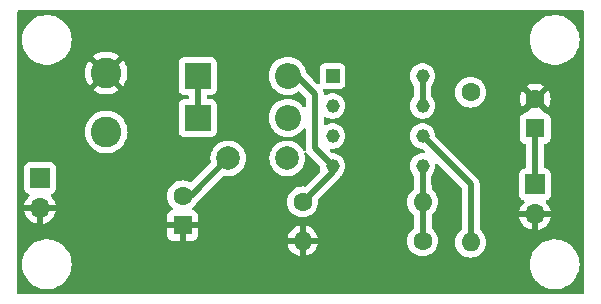
<source format=gbl>
%TF.GenerationSoftware,KiCad,Pcbnew,8.0.8*%
%TF.CreationDate,2025-06-29T12:49:33+09:00*%
%TF.ProjectId,NJM2374A_Invert,4e4a4d32-3337-4344-915f-496e76657274,rev?*%
%TF.SameCoordinates,Original*%
%TF.FileFunction,Copper,L2,Bot*%
%TF.FilePolarity,Positive*%
%FSLAX46Y46*%
G04 Gerber Fmt 4.6, Leading zero omitted, Abs format (unit mm)*
G04 Created by KiCad (PCBNEW 8.0.8) date 2025-06-29 12:49:33*
%MOMM*%
%LPD*%
G01*
G04 APERTURE LIST*
%TA.AperFunction,ComponentPad*%
%ADD10C,1.600000*%
%TD*%
%TA.AperFunction,ComponentPad*%
%ADD11O,1.600000X1.600000*%
%TD*%
%TA.AperFunction,ComponentPad*%
%ADD12R,1.600000X1.600000*%
%TD*%
%TA.AperFunction,ComponentPad*%
%ADD13R,2.200000X2.200000*%
%TD*%
%TA.AperFunction,ComponentPad*%
%ADD14O,2.200000X2.200000*%
%TD*%
%TA.AperFunction,ComponentPad*%
%ADD15R,1.700000X1.700000*%
%TD*%
%TA.AperFunction,ComponentPad*%
%ADD16O,1.700000X1.700000*%
%TD*%
%TA.AperFunction,ComponentPad*%
%ADD17R,1.160000X1.160000*%
%TD*%
%TA.AperFunction,ComponentPad*%
%ADD18C,1.160000*%
%TD*%
%TA.AperFunction,ComponentPad*%
%ADD19C,2.000000*%
%TD*%
%TA.AperFunction,ComponentPad*%
%ADD20C,2.600000*%
%TD*%
%TA.AperFunction,Conductor*%
%ADD21C,0.500000*%
%TD*%
G04 APERTURE END LIST*
D10*
%TO.P,R4,1*%
%TO.N,Net-(PS1-CD)*%
X119888000Y-83439000D03*
D11*
%TO.P,R4,2*%
%TO.N,Vin*%
X119888000Y-96139000D03*
%TD*%
D12*
%TO.P,C3,1*%
%TO.N,GND*%
X95504000Y-94702000D03*
D10*
%TO.P,C3,2*%
%TO.N,Vout*%
X95504000Y-92202000D03*
%TD*%
%TO.P,R1,1*%
%TO.N,Vout*%
X105664000Y-92710000D03*
D11*
%TO.P,R1,2*%
%TO.N,Net-(PS1-IN+)*%
X115824000Y-92710000D03*
%TD*%
D13*
%TO.P,D1,1,K*%
%TO.N,Net-(D1-K)*%
X96774000Y-82042000D03*
D14*
%TO.P,D1,2,A*%
%TO.N,Vout*%
X104394000Y-82042000D03*
%TD*%
D15*
%TO.P,J2,1,Pin_1*%
%TO.N,Vout*%
X83439000Y-90678000D03*
D16*
%TO.P,J2,2,Pin_2*%
%TO.N,GND*%
X83439000Y-93218000D03*
%TD*%
D13*
%TO.P,D2,1,K*%
%TO.N,Net-(D1-K)*%
X96774000Y-85598000D03*
D14*
%TO.P,D2,2,A*%
%TO.N,Net-(D2-A)*%
X104394000Y-85598000D03*
%TD*%
D10*
%TO.P,R2,1*%
%TO.N,Net-(PS1-IN+)*%
X115824000Y-96012000D03*
D11*
%TO.P,R2,2*%
%TO.N,GND*%
X105664000Y-96012000D03*
%TD*%
D12*
%TO.P,C1,1*%
%TO.N,Vin*%
X125349000Y-86500000D03*
D10*
%TO.P,C1,2*%
%TO.N,GND*%
X125349000Y-84000000D03*
%TD*%
D15*
%TO.P,J1,1,Pin_1*%
%TO.N,Vin*%
X125349000Y-91239000D03*
D16*
%TO.P,J1,2,Pin_2*%
%TO.N,GND*%
X125349000Y-93779000D03*
%TD*%
D17*
%TO.P,PS1,1,CS*%
%TO.N,Net-(PS1-CD)*%
X108190000Y-82063000D03*
D18*
%TO.P,PS1,2,ES*%
%TO.N,Net-(D2-A)*%
X108190000Y-84603000D03*
%TO.P,PS1,3,CT*%
%TO.N,Net-(PS1-CT)*%
X108190000Y-87143000D03*
%TO.P,PS1,4,GND*%
%TO.N,Vout*%
X108190000Y-89683000D03*
%TO.P,PS1,5,IN+*%
%TO.N,Net-(PS1-IN+)*%
X115810000Y-89683000D03*
%TO.P,PS1,6,V+*%
%TO.N,Vin*%
X115810000Y-87143000D03*
%TO.P,PS1,7,SI*%
%TO.N,Net-(PS1-CD)*%
X115810000Y-84603000D03*
%TO.P,PS1,8,CD*%
X115810000Y-82063000D03*
%TD*%
D19*
%TO.P,C2,1*%
%TO.N,Vout*%
X99354000Y-89027000D03*
%TO.P,C2,2*%
%TO.N,Net-(PS1-CT)*%
X104354000Y-89027000D03*
%TD*%
D20*
%TO.P,L1,1,1*%
%TO.N,GND*%
X89027000Y-81788000D03*
%TO.P,L1,2,2*%
%TO.N,Net-(D1-K)*%
X89027000Y-86788000D03*
%TD*%
D21*
%TO.N,Vin*%
X125349000Y-91239000D02*
X125349000Y-86500000D01*
X119888000Y-91221000D02*
X119888000Y-96139000D01*
X115810000Y-87143000D02*
X119888000Y-91221000D01*
%TO.N,Vout*%
X95504000Y-92202000D02*
X96179000Y-92202000D01*
X106680000Y-88173000D02*
X108190000Y-89683000D01*
X108190000Y-90184000D02*
X108190000Y-89683000D01*
X96179000Y-92202000D02*
X99354000Y-89027000D01*
X105664000Y-92710000D02*
X108190000Y-90184000D01*
X106680000Y-83566000D02*
X106680000Y-88173000D01*
X105156000Y-82042000D02*
X106680000Y-83566000D01*
%TO.N,Net-(D1-K)*%
X97663000Y-85598000D02*
X96774000Y-84709000D01*
X96774000Y-84709000D02*
X96774000Y-82042000D01*
X96774000Y-82042000D02*
X97536000Y-82042000D01*
%TO.N,Net-(PS1-CD)*%
X115810000Y-82063000D02*
X115810000Y-84603000D01*
%TO.N,Net-(PS1-IN+)*%
X115824000Y-94035400D02*
X115824000Y-94035300D01*
X115824000Y-94063200D02*
X115824000Y-94049300D01*
X115824000Y-94035300D02*
X115824000Y-92710000D01*
X115810000Y-91344300D02*
X115810000Y-89683000D01*
X115824000Y-92710000D02*
X115824000Y-91358300D01*
X115824000Y-94049300D02*
X115824000Y-94035400D01*
X115824000Y-94347000D02*
X115824000Y-94091200D01*
X115824000Y-94077200D02*
X115824000Y-94063300D01*
X115824000Y-91358300D02*
X115810000Y-91344300D01*
X115824000Y-94347100D02*
X115824000Y-94347000D01*
X115824000Y-94063300D02*
X115824000Y-94063200D01*
X115824000Y-94091200D02*
X115824000Y-94077300D01*
X115824000Y-96012000D02*
X115824000Y-94361000D01*
X115824000Y-94361000D02*
X115824000Y-94347100D01*
X115824000Y-94077300D02*
X115824000Y-94077200D01*
%TD*%
%TA.AperFunction,Conductor*%
%TO.N,GND*%
G36*
X129442539Y-76520185D02*
G01*
X129488294Y-76572989D01*
X129499500Y-76624500D01*
X129499500Y-100375500D01*
X129479815Y-100442539D01*
X129427011Y-100488294D01*
X129375500Y-100499500D01*
X81624500Y-100499500D01*
X81557461Y-100479815D01*
X81511706Y-100427011D01*
X81500500Y-100375500D01*
X81500500Y-98000000D01*
X81894592Y-98000000D01*
X81914201Y-98286680D01*
X81972666Y-98568034D01*
X81972667Y-98568037D01*
X82068894Y-98838793D01*
X82068893Y-98838793D01*
X82201098Y-99093935D01*
X82366812Y-99328700D01*
X82451923Y-99419831D01*
X82562947Y-99538708D01*
X82785853Y-99720055D01*
X83031382Y-99869365D01*
X83218237Y-99950526D01*
X83294942Y-99983844D01*
X83571642Y-100061371D01*
X83821920Y-100095771D01*
X83856321Y-100100500D01*
X83856322Y-100100500D01*
X84143679Y-100100500D01*
X84174370Y-100096281D01*
X84428358Y-100061371D01*
X84705058Y-99983844D01*
X84818015Y-99934779D01*
X84968617Y-99869365D01*
X84968620Y-99869363D01*
X84968625Y-99869361D01*
X85214147Y-99720055D01*
X85437053Y-99538708D01*
X85633189Y-99328698D01*
X85798901Y-99093936D01*
X85931104Y-98838797D01*
X86027334Y-98568032D01*
X86085798Y-98286686D01*
X86105408Y-98000000D01*
X124894592Y-98000000D01*
X124914201Y-98286680D01*
X124972666Y-98568034D01*
X124972667Y-98568037D01*
X125068894Y-98838793D01*
X125068893Y-98838793D01*
X125201098Y-99093935D01*
X125366812Y-99328700D01*
X125451923Y-99419831D01*
X125562947Y-99538708D01*
X125785853Y-99720055D01*
X126031382Y-99869365D01*
X126218237Y-99950526D01*
X126294942Y-99983844D01*
X126571642Y-100061371D01*
X126821920Y-100095771D01*
X126856321Y-100100500D01*
X126856322Y-100100500D01*
X127143679Y-100100500D01*
X127174370Y-100096281D01*
X127428358Y-100061371D01*
X127705058Y-99983844D01*
X127818015Y-99934779D01*
X127968617Y-99869365D01*
X127968620Y-99869363D01*
X127968625Y-99869361D01*
X128214147Y-99720055D01*
X128437053Y-99538708D01*
X128633189Y-99328698D01*
X128798901Y-99093936D01*
X128931104Y-98838797D01*
X129027334Y-98568032D01*
X129085798Y-98286686D01*
X129105408Y-98000000D01*
X129085798Y-97713314D01*
X129027334Y-97431968D01*
X128931105Y-97161206D01*
X128931106Y-97161206D01*
X128798901Y-96906064D01*
X128633187Y-96671299D01*
X128553044Y-96585488D01*
X128437053Y-96461292D01*
X128214147Y-96279945D01*
X128214146Y-96279944D01*
X127968617Y-96130634D01*
X127705063Y-96016158D01*
X127705061Y-96016157D01*
X127705058Y-96016156D01*
X127575578Y-95979877D01*
X127428364Y-95938630D01*
X127428359Y-95938629D01*
X127428358Y-95938629D01*
X127236818Y-95912302D01*
X127143679Y-95899500D01*
X127143678Y-95899500D01*
X126856322Y-95899500D01*
X126856321Y-95899500D01*
X126571642Y-95938629D01*
X126571635Y-95938630D01*
X126368322Y-95995596D01*
X126294942Y-96016156D01*
X126294939Y-96016156D01*
X126294936Y-96016158D01*
X126294935Y-96016158D01*
X126031382Y-96130634D01*
X125785853Y-96279944D01*
X125562950Y-96461289D01*
X125366812Y-96671299D01*
X125201098Y-96906064D01*
X125068894Y-97161206D01*
X124972667Y-97431962D01*
X124972666Y-97431965D01*
X124914201Y-97713319D01*
X124894592Y-98000000D01*
X86105408Y-98000000D01*
X86085798Y-97713314D01*
X86027334Y-97431968D01*
X85931105Y-97161206D01*
X85931106Y-97161206D01*
X85798901Y-96906064D01*
X85633187Y-96671299D01*
X85553044Y-96585488D01*
X85437053Y-96461292D01*
X85214147Y-96279945D01*
X85214146Y-96279944D01*
X84968617Y-96130634D01*
X84705063Y-96016158D01*
X84705061Y-96016157D01*
X84705058Y-96016156D01*
X84575578Y-95979877D01*
X84428364Y-95938630D01*
X84428359Y-95938629D01*
X84428358Y-95938629D01*
X84236818Y-95912302D01*
X84143679Y-95899500D01*
X84143678Y-95899500D01*
X83856322Y-95899500D01*
X83856321Y-95899500D01*
X83571642Y-95938629D01*
X83571635Y-95938630D01*
X83368322Y-95995596D01*
X83294942Y-96016156D01*
X83294939Y-96016156D01*
X83294936Y-96016158D01*
X83294935Y-96016158D01*
X83031382Y-96130634D01*
X82785853Y-96279944D01*
X82562950Y-96461289D01*
X82366812Y-96671299D01*
X82201098Y-96906064D01*
X82068894Y-97161206D01*
X81972667Y-97431962D01*
X81972666Y-97431965D01*
X81914201Y-97713319D01*
X81894592Y-98000000D01*
X81500500Y-98000000D01*
X81500500Y-89780135D01*
X82088500Y-89780135D01*
X82088500Y-91575870D01*
X82088501Y-91575876D01*
X82094908Y-91635483D01*
X82145202Y-91770328D01*
X82145206Y-91770335D01*
X82231452Y-91885544D01*
X82231455Y-91885547D01*
X82346664Y-91971793D01*
X82346671Y-91971797D01*
X82408902Y-91995007D01*
X82478598Y-92021002D01*
X82534531Y-92062873D01*
X82558949Y-92128337D01*
X82544098Y-92196610D01*
X82522947Y-92224865D01*
X82400886Y-92346926D01*
X82265400Y-92540420D01*
X82265399Y-92540422D01*
X82165570Y-92754507D01*
X82165567Y-92754513D01*
X82108364Y-92967999D01*
X82108364Y-92968000D01*
X83005988Y-92968000D01*
X82973075Y-93025007D01*
X82939000Y-93152174D01*
X82939000Y-93283826D01*
X82973075Y-93410993D01*
X83005988Y-93468000D01*
X82108364Y-93468000D01*
X82165567Y-93681486D01*
X82165570Y-93681492D01*
X82265399Y-93895578D01*
X82400894Y-94089082D01*
X82567917Y-94256105D01*
X82761421Y-94391600D01*
X82975507Y-94491429D01*
X82975516Y-94491433D01*
X83189000Y-94548634D01*
X83189000Y-93651012D01*
X83246007Y-93683925D01*
X83373174Y-93718000D01*
X83504826Y-93718000D01*
X83631993Y-93683925D01*
X83689000Y-93651012D01*
X83689000Y-94548633D01*
X83902483Y-94491433D01*
X83902492Y-94491429D01*
X84116578Y-94391600D01*
X84310082Y-94256105D01*
X84477105Y-94089082D01*
X84612600Y-93895578D01*
X84712429Y-93681492D01*
X84712432Y-93681486D01*
X84769636Y-93468000D01*
X83872012Y-93468000D01*
X83904925Y-93410993D01*
X83939000Y-93283826D01*
X83939000Y-93152174D01*
X83904925Y-93025007D01*
X83872012Y-92968000D01*
X84769636Y-92968000D01*
X84769635Y-92967999D01*
X84712432Y-92754513D01*
X84712429Y-92754507D01*
X84612600Y-92540422D01*
X84612599Y-92540420D01*
X84477113Y-92346926D01*
X84477108Y-92346920D01*
X84355053Y-92224865D01*
X84342567Y-92201998D01*
X94198532Y-92201998D01*
X94198532Y-92202001D01*
X94218364Y-92428686D01*
X94218366Y-92428697D01*
X94277258Y-92648488D01*
X94277261Y-92648497D01*
X94373431Y-92854732D01*
X94373432Y-92854734D01*
X94503954Y-93041141D01*
X94661506Y-93198693D01*
X94694991Y-93260016D01*
X94690007Y-93329708D01*
X94648135Y-93385641D01*
X94602343Y-93407050D01*
X94596626Y-93408401D01*
X94461913Y-93458645D01*
X94461906Y-93458649D01*
X94346812Y-93544809D01*
X94346809Y-93544812D01*
X94260649Y-93659906D01*
X94260645Y-93659913D01*
X94210403Y-93794620D01*
X94210401Y-93794627D01*
X94204000Y-93854155D01*
X94204000Y-94452000D01*
X95188314Y-94452000D01*
X95183920Y-94456394D01*
X95131259Y-94547606D01*
X95104000Y-94649339D01*
X95104000Y-94754661D01*
X95131259Y-94856394D01*
X95183920Y-94947606D01*
X95188314Y-94952000D01*
X94204000Y-94952000D01*
X94204000Y-95549844D01*
X94210401Y-95609372D01*
X94210403Y-95609379D01*
X94260645Y-95744086D01*
X94260649Y-95744093D01*
X94346809Y-95859187D01*
X94346812Y-95859190D01*
X94461906Y-95945350D01*
X94461913Y-95945354D01*
X94596620Y-95995596D01*
X94596627Y-95995598D01*
X94656155Y-96001999D01*
X94656172Y-96002000D01*
X95254000Y-96002000D01*
X95254000Y-95017686D01*
X95258394Y-95022080D01*
X95349606Y-95074741D01*
X95451339Y-95102000D01*
X95556661Y-95102000D01*
X95658394Y-95074741D01*
X95749606Y-95022080D01*
X95754000Y-95017686D01*
X95754000Y-96002000D01*
X96351828Y-96002000D01*
X96351844Y-96001999D01*
X96411372Y-95995598D01*
X96411379Y-95995596D01*
X96546086Y-95945354D01*
X96546093Y-95945350D01*
X96661187Y-95859190D01*
X96661190Y-95859187D01*
X96733945Y-95761999D01*
X104385127Y-95761999D01*
X104385128Y-95762000D01*
X105348314Y-95762000D01*
X105343920Y-95766394D01*
X105291259Y-95857606D01*
X105264000Y-95959339D01*
X105264000Y-96064661D01*
X105291259Y-96166394D01*
X105343920Y-96257606D01*
X105348314Y-96262000D01*
X104385128Y-96262000D01*
X104437730Y-96458317D01*
X104437734Y-96458326D01*
X104533865Y-96664482D01*
X104664342Y-96850820D01*
X104825179Y-97011657D01*
X105011517Y-97142134D01*
X105217673Y-97238265D01*
X105217682Y-97238269D01*
X105413999Y-97290872D01*
X105414000Y-97290871D01*
X105414000Y-96327686D01*
X105418394Y-96332080D01*
X105509606Y-96384741D01*
X105611339Y-96412000D01*
X105716661Y-96412000D01*
X105818394Y-96384741D01*
X105909606Y-96332080D01*
X105914000Y-96327686D01*
X105914000Y-97290872D01*
X106110317Y-97238269D01*
X106110326Y-97238265D01*
X106316482Y-97142134D01*
X106502820Y-97011657D01*
X106663657Y-96850820D01*
X106794134Y-96664482D01*
X106890265Y-96458326D01*
X106890269Y-96458317D01*
X106942872Y-96262000D01*
X105979686Y-96262000D01*
X105984080Y-96257606D01*
X106036741Y-96166394D01*
X106064000Y-96064661D01*
X106064000Y-95959339D01*
X106036741Y-95857606D01*
X105984080Y-95766394D01*
X105979686Y-95762000D01*
X106942872Y-95762000D01*
X106942872Y-95761999D01*
X106890269Y-95565682D01*
X106890265Y-95565673D01*
X106794134Y-95359517D01*
X106663657Y-95173179D01*
X106502820Y-95012342D01*
X106316482Y-94881865D01*
X106110328Y-94785734D01*
X105914000Y-94733127D01*
X105914000Y-95696314D01*
X105909606Y-95691920D01*
X105818394Y-95639259D01*
X105716661Y-95612000D01*
X105611339Y-95612000D01*
X105509606Y-95639259D01*
X105418394Y-95691920D01*
X105414000Y-95696314D01*
X105414000Y-94733127D01*
X105217671Y-94785734D01*
X105011517Y-94881865D01*
X104825179Y-95012342D01*
X104664342Y-95173179D01*
X104533865Y-95359517D01*
X104437734Y-95565673D01*
X104437730Y-95565682D01*
X104385127Y-95761999D01*
X96733945Y-95761999D01*
X96747350Y-95744093D01*
X96747354Y-95744086D01*
X96797596Y-95609379D01*
X96797598Y-95609372D01*
X96803999Y-95549844D01*
X96804000Y-95549827D01*
X96804000Y-94952000D01*
X95819686Y-94952000D01*
X95824080Y-94947606D01*
X95876741Y-94856394D01*
X95904000Y-94754661D01*
X95904000Y-94649339D01*
X95876741Y-94547606D01*
X95824080Y-94456394D01*
X95819686Y-94452000D01*
X96804000Y-94452000D01*
X96804000Y-93854172D01*
X96803999Y-93854155D01*
X96797598Y-93794627D01*
X96797596Y-93794620D01*
X96747354Y-93659913D01*
X96747350Y-93659906D01*
X96661190Y-93544812D01*
X96661187Y-93544809D01*
X96546093Y-93458649D01*
X96546086Y-93458645D01*
X96411378Y-93408402D01*
X96405658Y-93407051D01*
X96344942Y-93372477D01*
X96312557Y-93310566D01*
X96318784Y-93240974D01*
X96346491Y-93198694D01*
X96504047Y-93041139D01*
X96634568Y-92854734D01*
X96666337Y-92786602D01*
X96691033Y-92751333D01*
X98914752Y-90527614D01*
X98976073Y-90494131D01*
X99022840Y-90492988D01*
X99229665Y-90527500D01*
X99478335Y-90527500D01*
X99723614Y-90486571D01*
X99958810Y-90405828D01*
X100177509Y-90287474D01*
X100373744Y-90134738D01*
X100542164Y-89951785D01*
X100678173Y-89743607D01*
X100778063Y-89515881D01*
X100839108Y-89274821D01*
X100852620Y-89111758D01*
X100859643Y-89027005D01*
X100859643Y-89026994D01*
X100839109Y-88779187D01*
X100839107Y-88779175D01*
X100778063Y-88538118D01*
X100678173Y-88310393D01*
X100542166Y-88102217D01*
X100462879Y-88016089D01*
X100373744Y-87919262D01*
X100177509Y-87766526D01*
X100177507Y-87766525D01*
X100177506Y-87766524D01*
X99958811Y-87648172D01*
X99958802Y-87648169D01*
X99723616Y-87567429D01*
X99478335Y-87526500D01*
X99229665Y-87526500D01*
X98984383Y-87567429D01*
X98749197Y-87648169D01*
X98749188Y-87648172D01*
X98530493Y-87766524D01*
X98380596Y-87883194D01*
X98334256Y-87919262D01*
X98323452Y-87930997D01*
X98165833Y-88102217D01*
X98029826Y-88310393D01*
X97929936Y-88538118D01*
X97868892Y-88779175D01*
X97868890Y-88779187D01*
X97848357Y-89026994D01*
X97848357Y-89027005D01*
X97868890Y-89274812D01*
X97868893Y-89274828D01*
X97887142Y-89346893D01*
X97884516Y-89416713D01*
X97854617Y-89465013D01*
X96280506Y-91039124D01*
X96219183Y-91072609D01*
X96149491Y-91067625D01*
X96140428Y-91063828D01*
X96008035Y-91002092D01*
X95950497Y-90975261D01*
X95950488Y-90975258D01*
X95730697Y-90916366D01*
X95730693Y-90916365D01*
X95730692Y-90916365D01*
X95730691Y-90916364D01*
X95730686Y-90916364D01*
X95504002Y-90896532D01*
X95503998Y-90896532D01*
X95277313Y-90916364D01*
X95277302Y-90916366D01*
X95057511Y-90975258D01*
X95057502Y-90975261D01*
X94851267Y-91071431D01*
X94851265Y-91071432D01*
X94664858Y-91201954D01*
X94503954Y-91362858D01*
X94373432Y-91549265D01*
X94373431Y-91549267D01*
X94277261Y-91755502D01*
X94277258Y-91755511D01*
X94218366Y-91975302D01*
X94218364Y-91975313D01*
X94198532Y-92201998D01*
X84342567Y-92201998D01*
X84321568Y-92163542D01*
X84326552Y-92093850D01*
X84368424Y-92037917D01*
X84399400Y-92021002D01*
X84488847Y-91987641D01*
X84531326Y-91971798D01*
X84531326Y-91971797D01*
X84531331Y-91971796D01*
X84646546Y-91885546D01*
X84732796Y-91770331D01*
X84783091Y-91635483D01*
X84789500Y-91575873D01*
X84789499Y-89780128D01*
X84783091Y-89720517D01*
X84770394Y-89686475D01*
X84732797Y-89585671D01*
X84732793Y-89585664D01*
X84646547Y-89470455D01*
X84646544Y-89470452D01*
X84531335Y-89384206D01*
X84531328Y-89384202D01*
X84396482Y-89333908D01*
X84396483Y-89333908D01*
X84336883Y-89327501D01*
X84336881Y-89327500D01*
X84336873Y-89327500D01*
X84336864Y-89327500D01*
X82541129Y-89327500D01*
X82541123Y-89327501D01*
X82481516Y-89333908D01*
X82346671Y-89384202D01*
X82346664Y-89384206D01*
X82231455Y-89470452D01*
X82231452Y-89470455D01*
X82145206Y-89585664D01*
X82145202Y-89585671D01*
X82094908Y-89720517D01*
X82092426Y-89743607D01*
X82088501Y-89780123D01*
X82088500Y-89780135D01*
X81500500Y-89780135D01*
X81500500Y-86787995D01*
X87221451Y-86787995D01*
X87221451Y-86788004D01*
X87241616Y-87057101D01*
X87301664Y-87320188D01*
X87301666Y-87320195D01*
X87382635Y-87526500D01*
X87400257Y-87571398D01*
X87535185Y-87805102D01*
X87628689Y-87922352D01*
X87703442Y-88016089D01*
X87887322Y-88186703D01*
X87901259Y-88199635D01*
X88124226Y-88351651D01*
X88367359Y-88468738D01*
X88625228Y-88548280D01*
X88625229Y-88548280D01*
X88625232Y-88548281D01*
X88892063Y-88588499D01*
X88892068Y-88588499D01*
X88892071Y-88588500D01*
X88892072Y-88588500D01*
X89161928Y-88588500D01*
X89161929Y-88588500D01*
X89217587Y-88580111D01*
X89428767Y-88548281D01*
X89428768Y-88548280D01*
X89428772Y-88548280D01*
X89686641Y-88468738D01*
X89929775Y-88351651D01*
X90152741Y-88199635D01*
X90350561Y-88016085D01*
X90518815Y-87805102D01*
X90653743Y-87571398D01*
X90752334Y-87320195D01*
X90812383Y-87057103D01*
X90832549Y-86788000D01*
X90829392Y-86745876D01*
X90814089Y-86541659D01*
X90812383Y-86518897D01*
X90752334Y-86255805D01*
X90653743Y-86004602D01*
X90518815Y-85770898D01*
X90350561Y-85559915D01*
X90350560Y-85559914D01*
X90350557Y-85559910D01*
X90152741Y-85376365D01*
X90109453Y-85346852D01*
X89929775Y-85224349D01*
X89929769Y-85224346D01*
X89929768Y-85224345D01*
X89929767Y-85224344D01*
X89686643Y-85107263D01*
X89686645Y-85107263D01*
X89428773Y-85027720D01*
X89428767Y-85027718D01*
X89161936Y-84987500D01*
X89161929Y-84987500D01*
X88892071Y-84987500D01*
X88892063Y-84987500D01*
X88625232Y-85027718D01*
X88625226Y-85027720D01*
X88367358Y-85107262D01*
X88124230Y-85224346D01*
X87901258Y-85376365D01*
X87703442Y-85559910D01*
X87535185Y-85770898D01*
X87400258Y-86004599D01*
X87400256Y-86004603D01*
X87301666Y-86255804D01*
X87301664Y-86255811D01*
X87241616Y-86518898D01*
X87221451Y-86787995D01*
X81500500Y-86787995D01*
X81500500Y-81787995D01*
X87221953Y-81787995D01*
X87221953Y-81788004D01*
X87242113Y-82057026D01*
X87242113Y-82057028D01*
X87302142Y-82320033D01*
X87302148Y-82320052D01*
X87400709Y-82571181D01*
X87400708Y-82571181D01*
X87535600Y-82804818D01*
X87589294Y-82872150D01*
X87589295Y-82872150D01*
X88425958Y-82035487D01*
X88450978Y-82095890D01*
X88522112Y-82202351D01*
X88612649Y-82292888D01*
X88719110Y-82364022D01*
X88779511Y-82389041D01*
X87941848Y-83226703D01*
X88124476Y-83351216D01*
X88124485Y-83351221D01*
X88367539Y-83468269D01*
X88367537Y-83468269D01*
X88625337Y-83547790D01*
X88625343Y-83547792D01*
X88892101Y-83587999D01*
X88892110Y-83588000D01*
X89161890Y-83588000D01*
X89161898Y-83587999D01*
X89428656Y-83547792D01*
X89428662Y-83547790D01*
X89686461Y-83468269D01*
X89929516Y-83351221D01*
X89929517Y-83351220D01*
X90112150Y-83226703D01*
X89274487Y-82389041D01*
X89334890Y-82364022D01*
X89441351Y-82292888D01*
X89531888Y-82202351D01*
X89603022Y-82095890D01*
X89628041Y-82035487D01*
X90464703Y-82872150D01*
X90464704Y-82872149D01*
X90518400Y-82804818D01*
X90653290Y-82571181D01*
X90751851Y-82320052D01*
X90751857Y-82320033D01*
X90811886Y-82057028D01*
X90811886Y-82057026D01*
X90832047Y-81788004D01*
X90832047Y-81787995D01*
X90811886Y-81518973D01*
X90811886Y-81518971D01*
X90751857Y-81255966D01*
X90751851Y-81255947D01*
X90653290Y-81004818D01*
X90653291Y-81004818D01*
X90589388Y-80894135D01*
X95173500Y-80894135D01*
X95173500Y-83189870D01*
X95173501Y-83189876D01*
X95179908Y-83249483D01*
X95230202Y-83384328D01*
X95230206Y-83384335D01*
X95316452Y-83499544D01*
X95316455Y-83499547D01*
X95431664Y-83585793D01*
X95431671Y-83585797D01*
X95437578Y-83588000D01*
X95566517Y-83636091D01*
X95626127Y-83642500D01*
X95899501Y-83642499D01*
X95966539Y-83662183D01*
X96012294Y-83714987D01*
X96023500Y-83766499D01*
X96023500Y-83873500D01*
X96003815Y-83940539D01*
X95951011Y-83986294D01*
X95899500Y-83997500D01*
X95626130Y-83997500D01*
X95626123Y-83997501D01*
X95566516Y-84003908D01*
X95431671Y-84054202D01*
X95431664Y-84054206D01*
X95316455Y-84140452D01*
X95316452Y-84140455D01*
X95230206Y-84255664D01*
X95230202Y-84255671D01*
X95179908Y-84390517D01*
X95173908Y-84446331D01*
X95173501Y-84450123D01*
X95173500Y-84450135D01*
X95173500Y-86745870D01*
X95173501Y-86745876D01*
X95179908Y-86805483D01*
X95230202Y-86940328D01*
X95230206Y-86940335D01*
X95316452Y-87055544D01*
X95316455Y-87055547D01*
X95431664Y-87141793D01*
X95431671Y-87141797D01*
X95566517Y-87192091D01*
X95566516Y-87192091D01*
X95573444Y-87192835D01*
X95626127Y-87198500D01*
X97921872Y-87198499D01*
X97981483Y-87192091D01*
X98116331Y-87141796D01*
X98231546Y-87055546D01*
X98317796Y-86940331D01*
X98368091Y-86805483D01*
X98374500Y-86745873D01*
X98374499Y-85866102D01*
X98383112Y-85822803D01*
X98382891Y-85822736D01*
X98383572Y-85820489D01*
X98383939Y-85818648D01*
X98384658Y-85816913D01*
X98413500Y-85671918D01*
X98413500Y-85524083D01*
X98413500Y-85524080D01*
X98384659Y-85379093D01*
X98384658Y-85379092D01*
X98384658Y-85379088D01*
X98383936Y-85377346D01*
X98383569Y-85375501D01*
X98382890Y-85373261D01*
X98383110Y-85373194D01*
X98374499Y-85329897D01*
X98374499Y-84450129D01*
X98374498Y-84450123D01*
X98374497Y-84450116D01*
X98368091Y-84390517D01*
X98354304Y-84353553D01*
X98317797Y-84255671D01*
X98317793Y-84255664D01*
X98231547Y-84140455D01*
X98231544Y-84140452D01*
X98116335Y-84054206D01*
X98116328Y-84054202D01*
X97981482Y-84003908D01*
X97981483Y-84003908D01*
X97921883Y-83997501D01*
X97921881Y-83997500D01*
X97921873Y-83997500D01*
X97921865Y-83997500D01*
X97648500Y-83997500D01*
X97581461Y-83977815D01*
X97535706Y-83925011D01*
X97524500Y-83873500D01*
X97524500Y-83766499D01*
X97544185Y-83699460D01*
X97596989Y-83653705D01*
X97648500Y-83642499D01*
X97921871Y-83642499D01*
X97921872Y-83642499D01*
X97981483Y-83636091D01*
X98116331Y-83585796D01*
X98231546Y-83499546D01*
X98317796Y-83384331D01*
X98368091Y-83249483D01*
X98374500Y-83189873D01*
X98374499Y-82042000D01*
X102788551Y-82042000D01*
X102808317Y-82293151D01*
X102867126Y-82538110D01*
X102963533Y-82770859D01*
X103095160Y-82985653D01*
X103095161Y-82985656D01*
X103150604Y-83050571D01*
X103258776Y-83177224D01*
X103372702Y-83274526D01*
X103450343Y-83340838D01*
X103450346Y-83340839D01*
X103665140Y-83472466D01*
X103874768Y-83559296D01*
X103897889Y-83568873D01*
X104142852Y-83627683D01*
X104394000Y-83647449D01*
X104645148Y-83627683D01*
X104890111Y-83568873D01*
X105122859Y-83472466D01*
X105288914Y-83370706D01*
X105356359Y-83352462D01*
X105422962Y-83373578D01*
X105441385Y-83388753D01*
X105893181Y-83840548D01*
X105926666Y-83901871D01*
X105929500Y-83928229D01*
X105929500Y-84600870D01*
X105909815Y-84667909D01*
X105857011Y-84713664D01*
X105787853Y-84723608D01*
X105724297Y-84694583D01*
X105699773Y-84665660D01*
X105692839Y-84654346D01*
X105692838Y-84654343D01*
X105620432Y-84569567D01*
X105529224Y-84462776D01*
X105401340Y-84353553D01*
X105337656Y-84299161D01*
X105337653Y-84299160D01*
X105122859Y-84167533D01*
X104890110Y-84071126D01*
X104645151Y-84012317D01*
X104394000Y-83992551D01*
X104142848Y-84012317D01*
X103897889Y-84071126D01*
X103665140Y-84167533D01*
X103450346Y-84299160D01*
X103450343Y-84299161D01*
X103258776Y-84462776D01*
X103095161Y-84654343D01*
X103095160Y-84654346D01*
X102963533Y-84869140D01*
X102867126Y-85101889D01*
X102808317Y-85346848D01*
X102788551Y-85598000D01*
X102808317Y-85849151D01*
X102867126Y-86094110D01*
X102963533Y-86326859D01*
X103095160Y-86541653D01*
X103095161Y-86541656D01*
X103120871Y-86571758D01*
X103258776Y-86733224D01*
X103407066Y-86859875D01*
X103450343Y-86896838D01*
X103450346Y-86896839D01*
X103665140Y-87028466D01*
X103897244Y-87124606D01*
X103897889Y-87124873D01*
X104142852Y-87183683D01*
X104394000Y-87203449D01*
X104645148Y-87183683D01*
X104890111Y-87124873D01*
X105122859Y-87028466D01*
X105337659Y-86896836D01*
X105529224Y-86733224D01*
X105692836Y-86541659D01*
X105699771Y-86530341D01*
X105751582Y-86483465D01*
X105820511Y-86472041D01*
X105884675Y-86499697D01*
X105923701Y-86557651D01*
X105929500Y-86595129D01*
X105929500Y-88246922D01*
X105939071Y-88295039D01*
X105932844Y-88364631D01*
X105889980Y-88419808D01*
X105824091Y-88443052D01*
X105756094Y-88426984D01*
X105707578Y-88376705D01*
X105703898Y-88369040D01*
X105678173Y-88310393D01*
X105542166Y-88102217D01*
X105462879Y-88016089D01*
X105373744Y-87919262D01*
X105177509Y-87766526D01*
X105177507Y-87766525D01*
X105177506Y-87766524D01*
X104958811Y-87648172D01*
X104958802Y-87648169D01*
X104723616Y-87567429D01*
X104478335Y-87526500D01*
X104229665Y-87526500D01*
X103984383Y-87567429D01*
X103749197Y-87648169D01*
X103749188Y-87648172D01*
X103530493Y-87766524D01*
X103380596Y-87883194D01*
X103334256Y-87919262D01*
X103323452Y-87930997D01*
X103165833Y-88102217D01*
X103029826Y-88310393D01*
X102929936Y-88538118D01*
X102868892Y-88779175D01*
X102868890Y-88779187D01*
X102848357Y-89026994D01*
X102848357Y-89027005D01*
X102868890Y-89274812D01*
X102868892Y-89274824D01*
X102929936Y-89515881D01*
X103029826Y-89743606D01*
X103165833Y-89951782D01*
X103165836Y-89951785D01*
X103334256Y-90134738D01*
X103530491Y-90287474D01*
X103749190Y-90405828D01*
X103984386Y-90486571D01*
X104229665Y-90527500D01*
X104478335Y-90527500D01*
X104723614Y-90486571D01*
X104958810Y-90405828D01*
X105177509Y-90287474D01*
X105373744Y-90134738D01*
X105542164Y-89951785D01*
X105678173Y-89743607D01*
X105778063Y-89515881D01*
X105839108Y-89274821D01*
X105852620Y-89111758D01*
X105859643Y-89027005D01*
X105859643Y-89026994D01*
X105839109Y-88779187D01*
X105839108Y-88779183D01*
X105839108Y-88779179D01*
X105831711Y-88749970D01*
X105806378Y-88649931D01*
X105809002Y-88580111D01*
X105848958Y-88522793D01*
X105913559Y-88496176D01*
X105982295Y-88508710D01*
X106029685Y-88550600D01*
X106097046Y-88651414D01*
X106097052Y-88651421D01*
X107070785Y-89625152D01*
X107104270Y-89686475D01*
X107106575Y-89701392D01*
X107123346Y-89882391D01*
X107123347Y-89882394D01*
X107171382Y-90051219D01*
X107170795Y-90121086D01*
X107139797Y-90172834D01*
X105929348Y-91383282D01*
X105868025Y-91416767D01*
X105830861Y-91419129D01*
X105664003Y-91404532D01*
X105663998Y-91404532D01*
X105437313Y-91424364D01*
X105437302Y-91424366D01*
X105217511Y-91483258D01*
X105217502Y-91483261D01*
X105011267Y-91579431D01*
X105011265Y-91579432D01*
X104824858Y-91709954D01*
X104663954Y-91870858D01*
X104533432Y-92057265D01*
X104533431Y-92057267D01*
X104437261Y-92263502D01*
X104437258Y-92263511D01*
X104378366Y-92483302D01*
X104378364Y-92483313D01*
X104358532Y-92709998D01*
X104358532Y-92710001D01*
X104378364Y-92936686D01*
X104378366Y-92936697D01*
X104437258Y-93156488D01*
X104437261Y-93156497D01*
X104533431Y-93362732D01*
X104533432Y-93362734D01*
X104663954Y-93549141D01*
X104824858Y-93710045D01*
X104824861Y-93710047D01*
X105011266Y-93840568D01*
X105217504Y-93936739D01*
X105437308Y-93995635D01*
X105599230Y-94009801D01*
X105663998Y-94015468D01*
X105664000Y-94015468D01*
X105664002Y-94015468D01*
X105720673Y-94010509D01*
X105890692Y-93995635D01*
X106110496Y-93936739D01*
X106316734Y-93840568D01*
X106503139Y-93710047D01*
X106664047Y-93549139D01*
X106794568Y-93362734D01*
X106890739Y-93156496D01*
X106949635Y-92936692D01*
X106969468Y-92710000D01*
X106969468Y-92709998D01*
X114518532Y-92709998D01*
X114518532Y-92710001D01*
X114538364Y-92936686D01*
X114538366Y-92936697D01*
X114597258Y-93156488D01*
X114597261Y-93156497D01*
X114693431Y-93362732D01*
X114693432Y-93362734D01*
X114823954Y-93549141D01*
X114984859Y-93710046D01*
X115020621Y-93735086D01*
X115064247Y-93789662D01*
X115073500Y-93836662D01*
X115073500Y-94885336D01*
X115053815Y-94952375D01*
X115020625Y-94986910D01*
X114984863Y-95011951D01*
X114823951Y-95172862D01*
X114693432Y-95359265D01*
X114693431Y-95359267D01*
X114597261Y-95565502D01*
X114597258Y-95565511D01*
X114538366Y-95785302D01*
X114538364Y-95785313D01*
X114518532Y-96011998D01*
X114518532Y-96012001D01*
X114538364Y-96238686D01*
X114538366Y-96238697D01*
X114597258Y-96458488D01*
X114597261Y-96458497D01*
X114693431Y-96664732D01*
X114693432Y-96664734D01*
X114823954Y-96851141D01*
X114984858Y-97012045D01*
X114984861Y-97012047D01*
X115171266Y-97142568D01*
X115377504Y-97238739D01*
X115597308Y-97297635D01*
X115759230Y-97311801D01*
X115823998Y-97317468D01*
X115824000Y-97317468D01*
X115824002Y-97317468D01*
X115880673Y-97312509D01*
X116050692Y-97297635D01*
X116270496Y-97238739D01*
X116476734Y-97142568D01*
X116663139Y-97012047D01*
X116824047Y-96851139D01*
X116954568Y-96664734D01*
X117050739Y-96458496D01*
X117109635Y-96238692D01*
X117129468Y-96012000D01*
X117109635Y-95785308D01*
X117050739Y-95565504D01*
X116954568Y-95359266D01*
X116824047Y-95172861D01*
X116663139Y-95011953D01*
X116658373Y-95008615D01*
X116627375Y-94986910D01*
X116583751Y-94932332D01*
X116574500Y-94885336D01*
X116574500Y-93836662D01*
X116594185Y-93769623D01*
X116627379Y-93735086D01*
X116663139Y-93710047D01*
X116824047Y-93549139D01*
X116954568Y-93362734D01*
X117050739Y-93156496D01*
X117109635Y-92936692D01*
X117129468Y-92710000D01*
X117109635Y-92483308D01*
X117050739Y-92263504D01*
X116954568Y-92057266D01*
X116834330Y-91885547D01*
X116824048Y-91870862D01*
X116824044Y-91870858D01*
X116663139Y-91709953D01*
X116658373Y-91706615D01*
X116627375Y-91684910D01*
X116583751Y-91630332D01*
X116574500Y-91583336D01*
X116574500Y-91284379D01*
X116562883Y-91225980D01*
X116560500Y-91201788D01*
X116560500Y-90515674D01*
X116580185Y-90448635D01*
X116600962Y-90424037D01*
X116611918Y-90414049D01*
X116611922Y-90414045D01*
X116732595Y-90254247D01*
X116821853Y-90074994D01*
X116876653Y-89882392D01*
X116895129Y-89683000D01*
X116886629Y-89591270D01*
X116900044Y-89522702D01*
X116948401Y-89472270D01*
X117016347Y-89455987D01*
X117082309Y-89479024D01*
X117097781Y-89492149D01*
X119101181Y-91495549D01*
X119134666Y-91556872D01*
X119137500Y-91583230D01*
X119137500Y-95012336D01*
X119117815Y-95079375D01*
X119084625Y-95113910D01*
X119048863Y-95138951D01*
X118887951Y-95299862D01*
X118757432Y-95486265D01*
X118757431Y-95486267D01*
X118661261Y-95692502D01*
X118661258Y-95692511D01*
X118602366Y-95912302D01*
X118602364Y-95912313D01*
X118582532Y-96138998D01*
X118582532Y-96139001D01*
X118602364Y-96365686D01*
X118602366Y-96365697D01*
X118661258Y-96585488D01*
X118661261Y-96585497D01*
X118757431Y-96791732D01*
X118757432Y-96791734D01*
X118887954Y-96978141D01*
X119048858Y-97139045D01*
X119080503Y-97161203D01*
X119235266Y-97269568D01*
X119441504Y-97365739D01*
X119661308Y-97424635D01*
X119823230Y-97438801D01*
X119887998Y-97444468D01*
X119888000Y-97444468D01*
X119888002Y-97444468D01*
X119944673Y-97439509D01*
X120114692Y-97424635D01*
X120334496Y-97365739D01*
X120540734Y-97269568D01*
X120727139Y-97139047D01*
X120888047Y-96978139D01*
X121018568Y-96791734D01*
X121114739Y-96585496D01*
X121173635Y-96365692D01*
X121193468Y-96139000D01*
X121173635Y-95912308D01*
X121114739Y-95692504D01*
X121018568Y-95486266D01*
X120929643Y-95359267D01*
X120888048Y-95299862D01*
X120888047Y-95299861D01*
X120727139Y-95138953D01*
X120722373Y-95135615D01*
X120691375Y-95113910D01*
X120647751Y-95059332D01*
X120638500Y-95012336D01*
X120638500Y-91147079D01*
X120609659Y-91002092D01*
X120609658Y-91002091D01*
X120609658Y-91002087D01*
X120598545Y-90975258D01*
X120553086Y-90865509D01*
X120553085Y-90865507D01*
X120520186Y-90816270D01*
X120520185Y-90816268D01*
X120470956Y-90742589D01*
X120470952Y-90742584D01*
X120069503Y-90341135D01*
X123998500Y-90341135D01*
X123998500Y-92136870D01*
X123998501Y-92136876D01*
X124004908Y-92196483D01*
X124055202Y-92331328D01*
X124055206Y-92331335D01*
X124141452Y-92446544D01*
X124141455Y-92446547D01*
X124256664Y-92532793D01*
X124256671Y-92532797D01*
X124256674Y-92532798D01*
X124388598Y-92582002D01*
X124444531Y-92623873D01*
X124468949Y-92689337D01*
X124454098Y-92757610D01*
X124432947Y-92785865D01*
X124310886Y-92907926D01*
X124175400Y-93101420D01*
X124175399Y-93101422D01*
X124075570Y-93315507D01*
X124075567Y-93315513D01*
X124018364Y-93528999D01*
X124018364Y-93529000D01*
X124915988Y-93529000D01*
X124883075Y-93586007D01*
X124849000Y-93713174D01*
X124849000Y-93844826D01*
X124883075Y-93971993D01*
X124915988Y-94029000D01*
X124018364Y-94029000D01*
X124075567Y-94242486D01*
X124075570Y-94242492D01*
X124175399Y-94456578D01*
X124310894Y-94650082D01*
X124477917Y-94817105D01*
X124671421Y-94952600D01*
X124885507Y-95052429D01*
X124885516Y-95052433D01*
X125099000Y-95109634D01*
X125099000Y-94212012D01*
X125156007Y-94244925D01*
X125283174Y-94279000D01*
X125414826Y-94279000D01*
X125541993Y-94244925D01*
X125599000Y-94212012D01*
X125599000Y-95109633D01*
X125812483Y-95052433D01*
X125812492Y-95052429D01*
X126026578Y-94952600D01*
X126220082Y-94817105D01*
X126387105Y-94650082D01*
X126522600Y-94456578D01*
X126622429Y-94242492D01*
X126622432Y-94242486D01*
X126679636Y-94029000D01*
X125782012Y-94029000D01*
X125814925Y-93971993D01*
X125849000Y-93844826D01*
X125849000Y-93713174D01*
X125814925Y-93586007D01*
X125782012Y-93529000D01*
X126679636Y-93529000D01*
X126679635Y-93528999D01*
X126622432Y-93315513D01*
X126622429Y-93315507D01*
X126522600Y-93101422D01*
X126522599Y-93101420D01*
X126387113Y-92907926D01*
X126387108Y-92907920D01*
X126265053Y-92785865D01*
X126231568Y-92724542D01*
X126236552Y-92654850D01*
X126278424Y-92598917D01*
X126309400Y-92582002D01*
X126441331Y-92532796D01*
X126556546Y-92446546D01*
X126642796Y-92331331D01*
X126693091Y-92196483D01*
X126699500Y-92136873D01*
X126699499Y-90341128D01*
X126694299Y-90292757D01*
X126693091Y-90281516D01*
X126642797Y-90146671D01*
X126642793Y-90146664D01*
X126556547Y-90031455D01*
X126556544Y-90031452D01*
X126441335Y-89945206D01*
X126441328Y-89945202D01*
X126306482Y-89894908D01*
X126306483Y-89894908D01*
X126246883Y-89888501D01*
X126246881Y-89888500D01*
X126246873Y-89888500D01*
X126246865Y-89888500D01*
X126223500Y-89888500D01*
X126156461Y-89868815D01*
X126110706Y-89816011D01*
X126099500Y-89764500D01*
X126099500Y-87922351D01*
X126119185Y-87855312D01*
X126171989Y-87809557D01*
X126210247Y-87799061D01*
X126256483Y-87794091D01*
X126391331Y-87743796D01*
X126506546Y-87657546D01*
X126592796Y-87542331D01*
X126643091Y-87407483D01*
X126649500Y-87347873D01*
X126649499Y-85652128D01*
X126643091Y-85592517D01*
X126636321Y-85574367D01*
X126592797Y-85457671D01*
X126592793Y-85457664D01*
X126506547Y-85342455D01*
X126506544Y-85342452D01*
X126391335Y-85256206D01*
X126391328Y-85256202D01*
X126256482Y-85205908D01*
X126256483Y-85205908D01*
X126196883Y-85199501D01*
X126196881Y-85199500D01*
X126196873Y-85199500D01*
X126196864Y-85199500D01*
X126193548Y-85199322D01*
X126193627Y-85197847D01*
X126132215Y-85179815D01*
X126086460Y-85127011D01*
X126078969Y-85083522D01*
X125395447Y-84400000D01*
X125401661Y-84400000D01*
X125503394Y-84372741D01*
X125594606Y-84320080D01*
X125669080Y-84245606D01*
X125721741Y-84154394D01*
X125749000Y-84052661D01*
X125749000Y-84046447D01*
X126428024Y-84725471D01*
X126479136Y-84652478D01*
X126575264Y-84446331D01*
X126575269Y-84446317D01*
X126634139Y-84226610D01*
X126634141Y-84226599D01*
X126653966Y-84000002D01*
X126653966Y-83999997D01*
X126634141Y-83773400D01*
X126634139Y-83773389D01*
X126575269Y-83553682D01*
X126575264Y-83553668D01*
X126479136Y-83347521D01*
X126479132Y-83347513D01*
X126428025Y-83274526D01*
X125749000Y-83953551D01*
X125749000Y-83947339D01*
X125721741Y-83845606D01*
X125669080Y-83754394D01*
X125594606Y-83679920D01*
X125503394Y-83627259D01*
X125401661Y-83600000D01*
X125395445Y-83600000D01*
X126074472Y-82920974D01*
X126001478Y-82869863D01*
X125795331Y-82773735D01*
X125795317Y-82773730D01*
X125575610Y-82714860D01*
X125575599Y-82714858D01*
X125349002Y-82695034D01*
X125348998Y-82695034D01*
X125122400Y-82714858D01*
X125122389Y-82714860D01*
X124902682Y-82773730D01*
X124902673Y-82773734D01*
X124696516Y-82869866D01*
X124696512Y-82869868D01*
X124623526Y-82920973D01*
X124623526Y-82920974D01*
X125302553Y-83600000D01*
X125296339Y-83600000D01*
X125194606Y-83627259D01*
X125103394Y-83679920D01*
X125028920Y-83754394D01*
X124976259Y-83845606D01*
X124949000Y-83947339D01*
X124949000Y-83953552D01*
X124269974Y-83274526D01*
X124269973Y-83274526D01*
X124218868Y-83347512D01*
X124218866Y-83347516D01*
X124122734Y-83553673D01*
X124122730Y-83553682D01*
X124063860Y-83773389D01*
X124063858Y-83773400D01*
X124044034Y-83999997D01*
X124044034Y-84000002D01*
X124063858Y-84226599D01*
X124063860Y-84226610D01*
X124122730Y-84446317D01*
X124122735Y-84446331D01*
X124218863Y-84652478D01*
X124269974Y-84725472D01*
X124949000Y-84046446D01*
X124949000Y-84052661D01*
X124976259Y-84154394D01*
X125028920Y-84245606D01*
X125103394Y-84320080D01*
X125194606Y-84372741D01*
X125296339Y-84400000D01*
X125302553Y-84400000D01*
X124618352Y-85084199D01*
X124608506Y-85133194D01*
X124559890Y-85183377D01*
X124504367Y-85198049D01*
X124504423Y-85199099D01*
X124504429Y-85199146D01*
X124504426Y-85199146D01*
X124504436Y-85199324D01*
X124501123Y-85199501D01*
X124441516Y-85205908D01*
X124306671Y-85256202D01*
X124306664Y-85256206D01*
X124191455Y-85342452D01*
X124191452Y-85342455D01*
X124105206Y-85457664D01*
X124105202Y-85457671D01*
X124054908Y-85592517D01*
X124054319Y-85598000D01*
X124048501Y-85652123D01*
X124048500Y-85652135D01*
X124048500Y-87347870D01*
X124048501Y-87347876D01*
X124054908Y-87407483D01*
X124105202Y-87542328D01*
X124105206Y-87542335D01*
X124191452Y-87657544D01*
X124191455Y-87657547D01*
X124306664Y-87743793D01*
X124306671Y-87743797D01*
X124441516Y-87794091D01*
X124487757Y-87799063D01*
X124552307Y-87825801D01*
X124592155Y-87883194D01*
X124598500Y-87922352D01*
X124598500Y-89764500D01*
X124578815Y-89831539D01*
X124526011Y-89877294D01*
X124474505Y-89888500D01*
X124451132Y-89888500D01*
X124451123Y-89888501D01*
X124391516Y-89894908D01*
X124256671Y-89945202D01*
X124256664Y-89945206D01*
X124141455Y-90031452D01*
X124141452Y-90031455D01*
X124055206Y-90146664D01*
X124055202Y-90146671D01*
X124004908Y-90281517D01*
X124004268Y-90287475D01*
X123998501Y-90341123D01*
X123998500Y-90341135D01*
X120069503Y-90341135D01*
X116929214Y-87200846D01*
X116895729Y-87139523D01*
X116893425Y-87124615D01*
X116876653Y-86943608D01*
X116821853Y-86751006D01*
X116821848Y-86750995D01*
X116732598Y-86571758D01*
X116732593Y-86571750D01*
X116611918Y-86411950D01*
X116463937Y-86277049D01*
X116463936Y-86277048D01*
X116380222Y-86225214D01*
X116293685Y-86171632D01*
X116293683Y-86171631D01*
X116157152Y-86118739D01*
X116106960Y-86099295D01*
X115910123Y-86062500D01*
X115709877Y-86062500D01*
X115513040Y-86099295D01*
X115513037Y-86099295D01*
X115513037Y-86099296D01*
X115326316Y-86171631D01*
X115326314Y-86171632D01*
X115156062Y-86277049D01*
X115008081Y-86411950D01*
X114887406Y-86571750D01*
X114887401Y-86571758D01*
X114798151Y-86750995D01*
X114798145Y-86751010D01*
X114743347Y-86943606D01*
X114743346Y-86943608D01*
X114724871Y-87142999D01*
X114724871Y-87143000D01*
X114743346Y-87342391D01*
X114743347Y-87342393D01*
X114798145Y-87534989D01*
X114798151Y-87535004D01*
X114887401Y-87714241D01*
X114887406Y-87714249D01*
X115008081Y-87874049D01*
X115135386Y-87990102D01*
X115156064Y-88008952D01*
X115264397Y-88076029D01*
X115306691Y-88102217D01*
X115326316Y-88114368D01*
X115513040Y-88186705D01*
X115709877Y-88223500D01*
X115777770Y-88223500D01*
X115844809Y-88243185D01*
X115865451Y-88259819D01*
X115996451Y-88390819D01*
X116029936Y-88452142D01*
X116024952Y-88521834D01*
X115983080Y-88577767D01*
X115917616Y-88602184D01*
X115908770Y-88602500D01*
X115709877Y-88602500D01*
X115513040Y-88639295D01*
X115513037Y-88639295D01*
X115513037Y-88639296D01*
X115326316Y-88711631D01*
X115326314Y-88711632D01*
X115156062Y-88817049D01*
X115008081Y-88951950D01*
X114887406Y-89111750D01*
X114887401Y-89111758D01*
X114798151Y-89290995D01*
X114798145Y-89291010D01*
X114743347Y-89483606D01*
X114743346Y-89483608D01*
X114724871Y-89682999D01*
X114724871Y-89683000D01*
X114743346Y-89882391D01*
X114743347Y-89882393D01*
X114798145Y-90074989D01*
X114798151Y-90075004D01*
X114887401Y-90254241D01*
X114887406Y-90254249D01*
X115008081Y-90414049D01*
X115019038Y-90424037D01*
X115055320Y-90483748D01*
X115059500Y-90515674D01*
X115059500Y-91418219D01*
X115071117Y-91476618D01*
X115073500Y-91500811D01*
X115073500Y-91583336D01*
X115053815Y-91650375D01*
X115020625Y-91684910D01*
X114984863Y-91709951D01*
X114823951Y-91870862D01*
X114693432Y-92057265D01*
X114693431Y-92057267D01*
X114597261Y-92263502D01*
X114597258Y-92263511D01*
X114538366Y-92483302D01*
X114538364Y-92483313D01*
X114518532Y-92709998D01*
X106969468Y-92709998D01*
X106954869Y-92543137D01*
X106968635Y-92474639D01*
X106990713Y-92444653D01*
X108772951Y-90662416D01*
X108800656Y-90620951D01*
X108847897Y-90550252D01*
X108867455Y-90527510D01*
X108991920Y-90414047D01*
X109112595Y-90254247D01*
X109201853Y-90074994D01*
X109256653Y-89882392D01*
X109275129Y-89683000D01*
X109256653Y-89483608D01*
X109201853Y-89291006D01*
X109201848Y-89290995D01*
X109112598Y-89111758D01*
X109112593Y-89111750D01*
X108991918Y-88951950D01*
X108843937Y-88817049D01*
X108843936Y-88817048D01*
X108735602Y-88749970D01*
X108673685Y-88711632D01*
X108673683Y-88711631D01*
X108514415Y-88649931D01*
X108486960Y-88639295D01*
X108290123Y-88602500D01*
X108290121Y-88602500D01*
X108222229Y-88602500D01*
X108155190Y-88582815D01*
X108134548Y-88566181D01*
X108003548Y-88435181D01*
X107970063Y-88373858D01*
X107975047Y-88304166D01*
X108016919Y-88248233D01*
X108082383Y-88223816D01*
X108091229Y-88223500D01*
X108290121Y-88223500D01*
X108290123Y-88223500D01*
X108486960Y-88186705D01*
X108673684Y-88114368D01*
X108843936Y-88008952D01*
X108991920Y-87874047D01*
X109112595Y-87714247D01*
X109201853Y-87534994D01*
X109256653Y-87342392D01*
X109275129Y-87143000D01*
X109275017Y-87141796D01*
X109256653Y-86943608D01*
X109256652Y-86943606D01*
X109255721Y-86940335D01*
X109201853Y-86751006D01*
X109201848Y-86750995D01*
X109112598Y-86571758D01*
X109112593Y-86571750D01*
X108991918Y-86411950D01*
X108843937Y-86277049D01*
X108843936Y-86277048D01*
X108760222Y-86225214D01*
X108673685Y-86171632D01*
X108673683Y-86171631D01*
X108537152Y-86118739D01*
X108486960Y-86099295D01*
X108290123Y-86062500D01*
X108089877Y-86062500D01*
X107893040Y-86099295D01*
X107893037Y-86099295D01*
X107893037Y-86099296D01*
X107706316Y-86171631D01*
X107706314Y-86171632D01*
X107619778Y-86225214D01*
X107552417Y-86243770D01*
X107485718Y-86222962D01*
X107440856Y-86169396D01*
X107430500Y-86119787D01*
X107430500Y-85626212D01*
X107450185Y-85559173D01*
X107502989Y-85513418D01*
X107572147Y-85503474D01*
X107619778Y-85520786D01*
X107706307Y-85574363D01*
X107706314Y-85574367D01*
X107706316Y-85574368D01*
X107893040Y-85646705D01*
X108089877Y-85683500D01*
X108089879Y-85683500D01*
X108290121Y-85683500D01*
X108290123Y-85683500D01*
X108486960Y-85646705D01*
X108673684Y-85574368D01*
X108843936Y-85468952D01*
X108991920Y-85334047D01*
X109112595Y-85174247D01*
X109201853Y-84994994D01*
X109256653Y-84802392D01*
X109275129Y-84603000D01*
X109260610Y-84446317D01*
X109256653Y-84403608D01*
X109256652Y-84403606D01*
X109247870Y-84372741D01*
X109201853Y-84211006D01*
X109201848Y-84210995D01*
X109112598Y-84031758D01*
X109112593Y-84031750D01*
X108991918Y-83871950D01*
X108843937Y-83737049D01*
X108843936Y-83737048D01*
X108760222Y-83685214D01*
X108673685Y-83631632D01*
X108673683Y-83631631D01*
X108537152Y-83578739D01*
X108486960Y-83559295D01*
X108290123Y-83522500D01*
X108089877Y-83522500D01*
X107893040Y-83559295D01*
X107893037Y-83559295D01*
X107893037Y-83559296D01*
X107706316Y-83631631D01*
X107706314Y-83631632D01*
X107619778Y-83685214D01*
X107552417Y-83703770D01*
X107485718Y-83682962D01*
X107440856Y-83629396D01*
X107430500Y-83579787D01*
X107430500Y-83492079D01*
X107401659Y-83347092D01*
X107401658Y-83347091D01*
X107401658Y-83347087D01*
X107388420Y-83315127D01*
X107385897Y-83309035D01*
X107378428Y-83239565D01*
X107409704Y-83177086D01*
X107469793Y-83141435D01*
X107513709Y-83138294D01*
X107562127Y-83143500D01*
X108817872Y-83143499D01*
X108877483Y-83137091D01*
X109012331Y-83086796D01*
X109127546Y-83000546D01*
X109213796Y-82885331D01*
X109264091Y-82750483D01*
X109270500Y-82690873D01*
X109270499Y-82062999D01*
X114724871Y-82062999D01*
X114724871Y-82063000D01*
X114743346Y-82262391D01*
X114743347Y-82262393D01*
X114798145Y-82454989D01*
X114798151Y-82455004D01*
X114887401Y-82634241D01*
X114887406Y-82634249D01*
X115008081Y-82794049D01*
X115019038Y-82804037D01*
X115055320Y-82863748D01*
X115059500Y-82895674D01*
X115059500Y-83770325D01*
X115039815Y-83837364D01*
X115019041Y-83861959D01*
X115008088Y-83871943D01*
X115008082Y-83871950D01*
X114887406Y-84031750D01*
X114887401Y-84031758D01*
X114798151Y-84210995D01*
X114798145Y-84211010D01*
X114743347Y-84403606D01*
X114743346Y-84403608D01*
X114724871Y-84602999D01*
X114724871Y-84603000D01*
X114743346Y-84802391D01*
X114743347Y-84802393D01*
X114798145Y-84994989D01*
X114798151Y-84995004D01*
X114887401Y-85174241D01*
X114887406Y-85174249D01*
X115008081Y-85334049D01*
X115135386Y-85450102D01*
X115156064Y-85468952D01*
X115285734Y-85549240D01*
X115302965Y-85559910D01*
X115326316Y-85574368D01*
X115513040Y-85646705D01*
X115709877Y-85683500D01*
X115709879Y-85683500D01*
X115910121Y-85683500D01*
X115910123Y-85683500D01*
X116106960Y-85646705D01*
X116293684Y-85574368D01*
X116463936Y-85468952D01*
X116611920Y-85334047D01*
X116732595Y-85174247D01*
X116821853Y-84994994D01*
X116876653Y-84802392D01*
X116895129Y-84603000D01*
X116880610Y-84446317D01*
X116876653Y-84403608D01*
X116876652Y-84403606D01*
X116867870Y-84372741D01*
X116821853Y-84211006D01*
X116821848Y-84210995D01*
X116732598Y-84031758D01*
X116732593Y-84031750D01*
X116691863Y-83977815D01*
X116611920Y-83871953D01*
X116611917Y-83871950D01*
X116611911Y-83871943D01*
X116600959Y-83861959D01*
X116564679Y-83802247D01*
X116560500Y-83770325D01*
X116560500Y-83438998D01*
X118582532Y-83438998D01*
X118582532Y-83439001D01*
X118602364Y-83665686D01*
X118602366Y-83665697D01*
X118661258Y-83885488D01*
X118661261Y-83885497D01*
X118757431Y-84091732D01*
X118757432Y-84091734D01*
X118887954Y-84278141D01*
X119048858Y-84439045D01*
X119048861Y-84439047D01*
X119235266Y-84569568D01*
X119441504Y-84665739D01*
X119441509Y-84665740D01*
X119441511Y-84665741D01*
X119494415Y-84679916D01*
X119661308Y-84724635D01*
X119823230Y-84738801D01*
X119887998Y-84744468D01*
X119888000Y-84744468D01*
X119888002Y-84744468D01*
X119944673Y-84739509D01*
X120114692Y-84724635D01*
X120334496Y-84665739D01*
X120540734Y-84569568D01*
X120727139Y-84439047D01*
X120888047Y-84278139D01*
X121018568Y-84091734D01*
X121114739Y-83885496D01*
X121173635Y-83665692D01*
X121193468Y-83439000D01*
X121173635Y-83212308D01*
X121114739Y-82992504D01*
X121018568Y-82786266D01*
X120888047Y-82599861D01*
X120888045Y-82599858D01*
X120727141Y-82438954D01*
X120540734Y-82308432D01*
X120540732Y-82308431D01*
X120334497Y-82212261D01*
X120334488Y-82212258D01*
X120114697Y-82153366D01*
X120114693Y-82153365D01*
X120114692Y-82153365D01*
X120114691Y-82153364D01*
X120114686Y-82153364D01*
X119888002Y-82133532D01*
X119887998Y-82133532D01*
X119661313Y-82153364D01*
X119661302Y-82153366D01*
X119441511Y-82212258D01*
X119441502Y-82212261D01*
X119235267Y-82308431D01*
X119235265Y-82308432D01*
X119048858Y-82438954D01*
X118887954Y-82599858D01*
X118757432Y-82786265D01*
X118757431Y-82786267D01*
X118661261Y-82992502D01*
X118661258Y-82992511D01*
X118602366Y-83212302D01*
X118602364Y-83212313D01*
X118582532Y-83438998D01*
X116560500Y-83438998D01*
X116560500Y-82895674D01*
X116580185Y-82828635D01*
X116600962Y-82804037D01*
X116611918Y-82794049D01*
X116617796Y-82786266D01*
X116732595Y-82634247D01*
X116821853Y-82454994D01*
X116876653Y-82262392D01*
X116895129Y-82063000D01*
X116894575Y-82057026D01*
X116876653Y-81863608D01*
X116876652Y-81863606D01*
X116873355Y-81852019D01*
X116821853Y-81671006D01*
X116821848Y-81670995D01*
X116732598Y-81491758D01*
X116732593Y-81491750D01*
X116611918Y-81331950D01*
X116463937Y-81197049D01*
X116463936Y-81197048D01*
X116348310Y-81125455D01*
X116293685Y-81091632D01*
X116293683Y-81091631D01*
X116157152Y-81038739D01*
X116106960Y-81019295D01*
X115910123Y-80982500D01*
X115709877Y-80982500D01*
X115513040Y-81019295D01*
X115513037Y-81019295D01*
X115513037Y-81019296D01*
X115326316Y-81091631D01*
X115326314Y-81091632D01*
X115156062Y-81197049D01*
X115008081Y-81331950D01*
X114887406Y-81491750D01*
X114887401Y-81491758D01*
X114798151Y-81670995D01*
X114798145Y-81671010D01*
X114743347Y-81863606D01*
X114743346Y-81863608D01*
X114724871Y-82062999D01*
X109270499Y-82062999D01*
X109270499Y-81435128D01*
X109264091Y-81375517D01*
X109263394Y-81373649D01*
X109213797Y-81240671D01*
X109213793Y-81240664D01*
X109127547Y-81125455D01*
X109127544Y-81125452D01*
X109012335Y-81039206D01*
X109012328Y-81039202D01*
X108877482Y-80988908D01*
X108877483Y-80988908D01*
X108817883Y-80982501D01*
X108817881Y-80982500D01*
X108817873Y-80982500D01*
X108817864Y-80982500D01*
X107562129Y-80982500D01*
X107562123Y-80982501D01*
X107502516Y-80988908D01*
X107367671Y-81039202D01*
X107367664Y-81039206D01*
X107252455Y-81125452D01*
X107252452Y-81125455D01*
X107166206Y-81240664D01*
X107166202Y-81240671D01*
X107115908Y-81375517D01*
X107109573Y-81434446D01*
X107109501Y-81435123D01*
X107109500Y-81435135D01*
X107109500Y-82634771D01*
X107089815Y-82701810D01*
X107037011Y-82747565D01*
X106967853Y-82757509D01*
X106904297Y-82728484D01*
X106897819Y-82722452D01*
X106539389Y-82364022D01*
X106008665Y-81833297D01*
X105975772Y-81774563D01*
X105950911Y-81671010D01*
X105920873Y-81545889D01*
X105893627Y-81480110D01*
X105824466Y-81313140D01*
X105692839Y-81098346D01*
X105692838Y-81098343D01*
X105642328Y-81039204D01*
X105529224Y-80906776D01*
X105370451Y-80771171D01*
X105337656Y-80743161D01*
X105337653Y-80743160D01*
X105122859Y-80611533D01*
X104890110Y-80515126D01*
X104645151Y-80456317D01*
X104394000Y-80436551D01*
X104142848Y-80456317D01*
X103897889Y-80515126D01*
X103665140Y-80611533D01*
X103450346Y-80743160D01*
X103450343Y-80743161D01*
X103258776Y-80906776D01*
X103095161Y-81098343D01*
X103095160Y-81098346D01*
X102963533Y-81313140D01*
X102867126Y-81545889D01*
X102808317Y-81790848D01*
X102788551Y-82042000D01*
X98374499Y-82042000D01*
X98374499Y-80894128D01*
X98368091Y-80834517D01*
X98344464Y-80771171D01*
X98317797Y-80699671D01*
X98317793Y-80699664D01*
X98231547Y-80584455D01*
X98231544Y-80584452D01*
X98116335Y-80498206D01*
X98116328Y-80498202D01*
X97981482Y-80447908D01*
X97981483Y-80447908D01*
X97921883Y-80441501D01*
X97921881Y-80441500D01*
X97921873Y-80441500D01*
X97921864Y-80441500D01*
X95626129Y-80441500D01*
X95626123Y-80441501D01*
X95566516Y-80447908D01*
X95431671Y-80498202D01*
X95431664Y-80498206D01*
X95316455Y-80584452D01*
X95316452Y-80584455D01*
X95230206Y-80699664D01*
X95230202Y-80699671D01*
X95179908Y-80834517D01*
X95176162Y-80869365D01*
X95173501Y-80894123D01*
X95173500Y-80894135D01*
X90589388Y-80894135D01*
X90518400Y-80771182D01*
X90518393Y-80771171D01*
X90464704Y-80703849D01*
X90464703Y-80703848D01*
X89628041Y-81540511D01*
X89603022Y-81480110D01*
X89531888Y-81373649D01*
X89441351Y-81283112D01*
X89334890Y-81211978D01*
X89274488Y-81186958D01*
X90112150Y-80349295D01*
X89929524Y-80224783D01*
X89929516Y-80224778D01*
X89686460Y-80107730D01*
X89686462Y-80107730D01*
X89428662Y-80028209D01*
X89428656Y-80028207D01*
X89161898Y-79988000D01*
X88892101Y-79988000D01*
X88625343Y-80028207D01*
X88625337Y-80028209D01*
X88367538Y-80107730D01*
X88124482Y-80224780D01*
X88124469Y-80224787D01*
X87941848Y-80349294D01*
X88779512Y-81186958D01*
X88719110Y-81211978D01*
X88612649Y-81283112D01*
X88522112Y-81373649D01*
X88450978Y-81480110D01*
X88425958Y-81540512D01*
X87589294Y-80703848D01*
X87535602Y-80771177D01*
X87400709Y-81004818D01*
X87302148Y-81255947D01*
X87302142Y-81255966D01*
X87242113Y-81518971D01*
X87242113Y-81518973D01*
X87221953Y-81787995D01*
X81500500Y-81787995D01*
X81500500Y-79000000D01*
X81894592Y-79000000D01*
X81914201Y-79286680D01*
X81972666Y-79568034D01*
X81972667Y-79568037D01*
X82068894Y-79838793D01*
X82068893Y-79838793D01*
X82201098Y-80093935D01*
X82366812Y-80328700D01*
X82386046Y-80349294D01*
X82562947Y-80538708D01*
X82760789Y-80699664D01*
X82785853Y-80720055D01*
X83031382Y-80869365D01*
X83218237Y-80950526D01*
X83294942Y-80983844D01*
X83571642Y-81061371D01*
X83791804Y-81091632D01*
X83856321Y-81100500D01*
X83856322Y-81100500D01*
X84143679Y-81100500D01*
X84174370Y-81096281D01*
X84428358Y-81061371D01*
X84705058Y-80983844D01*
X84882487Y-80906776D01*
X84968617Y-80869365D01*
X84968620Y-80869363D01*
X84968625Y-80869361D01*
X85214147Y-80720055D01*
X85437053Y-80538708D01*
X85633189Y-80328698D01*
X85798901Y-80093936D01*
X85931104Y-79838797D01*
X86027334Y-79568032D01*
X86085798Y-79286686D01*
X86105408Y-79000000D01*
X124894592Y-79000000D01*
X124914201Y-79286680D01*
X124972666Y-79568034D01*
X124972667Y-79568037D01*
X125068894Y-79838793D01*
X125068893Y-79838793D01*
X125201098Y-80093935D01*
X125366812Y-80328700D01*
X125386046Y-80349294D01*
X125562947Y-80538708D01*
X125760789Y-80699664D01*
X125785853Y-80720055D01*
X126031382Y-80869365D01*
X126218237Y-80950526D01*
X126294942Y-80983844D01*
X126571642Y-81061371D01*
X126791804Y-81091632D01*
X126856321Y-81100500D01*
X126856322Y-81100500D01*
X127143679Y-81100500D01*
X127174370Y-81096281D01*
X127428358Y-81061371D01*
X127705058Y-80983844D01*
X127882487Y-80906776D01*
X127968617Y-80869365D01*
X127968620Y-80869363D01*
X127968625Y-80869361D01*
X128214147Y-80720055D01*
X128437053Y-80538708D01*
X128633189Y-80328698D01*
X128798901Y-80093936D01*
X128931104Y-79838797D01*
X129027334Y-79568032D01*
X129085798Y-79286686D01*
X129105408Y-79000000D01*
X129085798Y-78713314D01*
X129027334Y-78431968D01*
X128931105Y-78161206D01*
X128931106Y-78161206D01*
X128798901Y-77906064D01*
X128633187Y-77671299D01*
X128554554Y-77587105D01*
X128437053Y-77461292D01*
X128214147Y-77279945D01*
X128214146Y-77279944D01*
X127968617Y-77130634D01*
X127705063Y-77016158D01*
X127705061Y-77016157D01*
X127705058Y-77016156D01*
X127575578Y-76979877D01*
X127428364Y-76938630D01*
X127428359Y-76938629D01*
X127428358Y-76938629D01*
X127286018Y-76919064D01*
X127143679Y-76899500D01*
X127143678Y-76899500D01*
X126856322Y-76899500D01*
X126856321Y-76899500D01*
X126571642Y-76938629D01*
X126571635Y-76938630D01*
X126363861Y-76996845D01*
X126294942Y-77016156D01*
X126294939Y-77016156D01*
X126294936Y-77016158D01*
X126294935Y-77016158D01*
X126031382Y-77130634D01*
X125785853Y-77279944D01*
X125562950Y-77461289D01*
X125366812Y-77671299D01*
X125201098Y-77906064D01*
X125068894Y-78161206D01*
X124972667Y-78431962D01*
X124972666Y-78431965D01*
X124914201Y-78713319D01*
X124894592Y-79000000D01*
X86105408Y-79000000D01*
X86085798Y-78713314D01*
X86027334Y-78431968D01*
X85931105Y-78161206D01*
X85931106Y-78161206D01*
X85798901Y-77906064D01*
X85633187Y-77671299D01*
X85554554Y-77587105D01*
X85437053Y-77461292D01*
X85214147Y-77279945D01*
X85214146Y-77279944D01*
X84968617Y-77130634D01*
X84705063Y-77016158D01*
X84705061Y-77016157D01*
X84705058Y-77016156D01*
X84575578Y-76979877D01*
X84428364Y-76938630D01*
X84428359Y-76938629D01*
X84428358Y-76938629D01*
X84286018Y-76919064D01*
X84143679Y-76899500D01*
X84143678Y-76899500D01*
X83856322Y-76899500D01*
X83856321Y-76899500D01*
X83571642Y-76938629D01*
X83571635Y-76938630D01*
X83363861Y-76996845D01*
X83294942Y-77016156D01*
X83294939Y-77016156D01*
X83294936Y-77016158D01*
X83294935Y-77016158D01*
X83031382Y-77130634D01*
X82785853Y-77279944D01*
X82562950Y-77461289D01*
X82366812Y-77671299D01*
X82201098Y-77906064D01*
X82068894Y-78161206D01*
X81972667Y-78431962D01*
X81972666Y-78431965D01*
X81914201Y-78713319D01*
X81894592Y-79000000D01*
X81500500Y-79000000D01*
X81500500Y-76624500D01*
X81520185Y-76557461D01*
X81572989Y-76511706D01*
X81624500Y-76500500D01*
X125934108Y-76500500D01*
X129375500Y-76500500D01*
X129442539Y-76520185D01*
G37*
%TD.AperFunction*%
%TD*%
M02*

</source>
